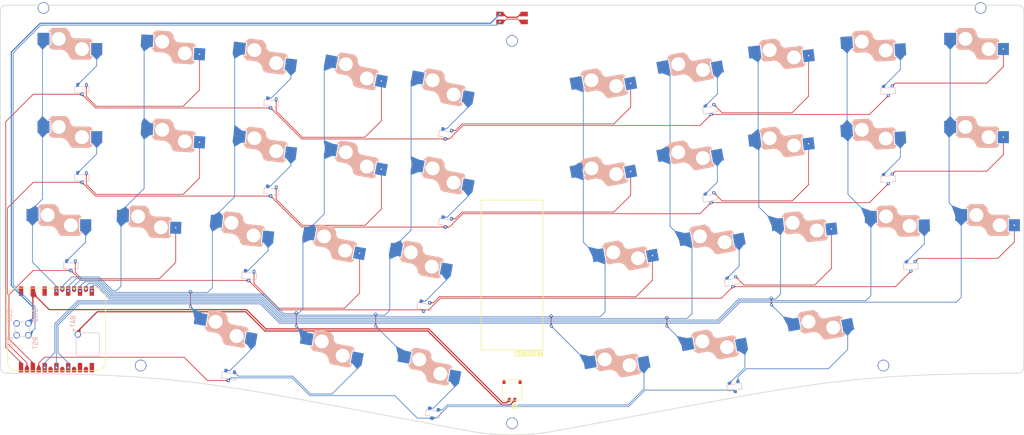
<source format=kicad_pcb>
(kicad_pcb (version 20241229) (generator "pcbnew") (generator_version "9.0")
  (title_block (title "unrouted") (rev "v1.0.0") (company "Unknown"))
  (layers (0 "F.Cu" signal) (2 "B.Cu" signal) (13 "F.Paste" user) (15 "B.Paste" user) (5 "F.SilkS" user "F.Silkscreen") (7 "B.SilkS" user "B.Silkscreen") (1 "F.Mask" user) (3 "B.Mask" user) (25 "Edge.Cuts" user))
  (net 0 "")
  (net 1 "R1")
  (net 2 "R3")
  (net 3 "C8")
  (net 4 "C9")
  (net 5 "C10")
  (net 6 "P0.05")
  (net 7 "P1.11")
  (net 8 "C7")
  (net 9 "C5")
  (net 10 "C3")
  (net 11 "C1")
  (net 12 "3V3")
  (net 13 "GND")
  (net 14 "5V")
  (net 15 "R2")
  (net 16 "R4")
  (net 17 "P1.01")
  (net 18 "P0.09")
  (net 19 "P0.10")
  (net 20 "C6")
  (net 21 "C4")
  (net 22 "C2")
  (net 23 "DIO")
  (net 24 "CLK")
  (net 25 "RST")
  (net 26 "BAT+")
  (net 27 "flex_thumb")
  (net 28 "mirror_flex_thumb")
  (net 29 "w_top")
  (net 30 "e_top")
  (net 31 "r_top")
  (net 32 "t_top")
  (net 33 "mirror_w_top")
  (net 34 "mirror_e_top")
  (net 35 "mirror_r_top")
  (net 36 "mirror_t_top")
  (net 37 "s_home")
  (net 38 "d_home")
  (net 39 "f_home")
  (net 40 "g_home")
  (net 41 "mirror_s_home")
  (net 42 "mirror_d_home")
  (net 43 "mirror_f_home")
  (net 44 "mirror_g_home")
  (net 45 "z_bottom")
  (net 46 "x_bottom")
  (net 47 "c_bottom")
  (net 48 "v_bottom")
  (net 49 "b_bottom")
  (net 50 "mirror_z_bottom")
  (net 51 "mirror_x_bottom")
  (net 52 "mirror_c_bottom")
  (net 53 "mirror_v_bottom")
  (net 54 "mirror_b_bottom")
  (net 55 "base_thumb")
  (net 56 "mirror_base_thumb")
  (net 57 "q_top")
  (net 58 "mirror_q_top")
  (net 59 "a_home")
  (net 60 "mirror_a_home")
  (net 61 "ext_thumb")
  (net 62 "mirror_ext_thumb")
  (footprint "choc" (layer "F.Cu") (at 162.588395 60.91418 10.5)
    (property "Reference" "SW2" (hide yes))
    (property "Value" "")
  )
  (footprint "sw_choc_1u" (layer "F.Cu") (at 16.910685 38.294547 -1.75)
    (property "Reference" "SW20" (hide yes))
    (property "Value" "")
  )
  (footprint "sw_choc_1u" (layer "F.Cu") (at 197.673199 38)
    (property "Reference" "SW24" (hide yes))
    (property "Value" "")
  )
  (footprint "sw_choc_1u" (layer "F.Cu") (at 55.57048 65.151156 -10.5)
    (property "Reference" "SW29" (hide yes))
    (property "Value" "")
  )
  (footprint "mounting_hole" (layer "F.Cu") (at 17.6491 64.5)
    (property "Reference" "H4" (hide yes))
    (property "Value" "")
  )
  (footprint "sw_choc_1u" (layer "F.Cu") (at 153.871691 21.388493 7)
    (property "Reference" "SW16" (hide yes))
    (property "Value" "")
  )
  (footprint "sw_choc_1u" (layer "F.Cu") (at 153.871691 2.388493 7)
    (property "Reference" "SW8" (hide yes))
    (property "Value" "")
  )
  (footprint "sw_choc_1.25u" (layer "F.Cu") (at 195.298199 0)
    (property "Reference" "SW32" (hide yes))
    (property "Value" "")
  )
  (footprint "sw_choc_1u" (layer "F.Cu") (at 139.727719 65.151156 10.5)
    (property "Reference" "SW30" (hide yes))
    (property "Value" "")
  )
  (footprint "mounting_hole" (layer "F.Cu") (at 177.6491 64.5)
    (property "Reference" "H6" (hide yes))
    (property "Value" "")
  )
  (footprint "sw_choc_1u" (layer "F.Cu") (at 36.575538 39.648093 -6.125)
    (property "Reference" "SW21" (hide yes))
    (property "Value" "")
  )
  (footprint "sw_choc_1u" (layer "F.Cu") (at 134.528102 24.365756 10.5)
    (property "Reference" "SW17" (hide yes))
    (property "Value" "")
  )
  (footprint "sw_choc_1u" (layer "F.Cu") (at 79.45194 8.828231 -10.5)
    (property "Reference" "SW6" (hide yes))
    (property "Value" "")
  )
  (footprint "sw_choc_1u" (layer "F.Cu") (at 115.846259 27.828231 10.5)
    (property "Reference" "SW18" (hide yes))
    (property "Value" "")
  )
  (footprint "mounting_hole" (layer "F.Cu") (at 198.5732 -12.6)
    (property "Reference" "H3" (hide yes))
    (property "Value" "")
  )
  (footprint "sw_choc_1u" (layer "F.Cu") (at 41.426508 21.388493 -7)
    (property "Reference" "SW12" (hide yes))
    (property "Value" "")
  )
  (footprint "sw_choc_1u" (layer "F.Cu") (at 21.937242 19.597681 -3.5)
    (property "Reference" "SW11" (hide yes))
    (property "Value" "")
  )
  (footprint "sw_choc_1u" (layer "F.Cu") (at 41.426508 2.388493 -7)
    (property "Reference" "SW4" (hide yes))
    (property "Value" "")
  )
  (footprint "sw_choc_1u" (layer "F.Cu") (at 60.770097 24.365756 -10.5)
    (property "Reference" "SW13" (hide yes))
    (property "Value" "")
  )
  (footprint "sw_choc_1u" (layer "F.Cu") (at -2.375 38)
    (property "Reference" "SW19" (hide yes))
    (property "Value" "")
  )
  (footprint "choc" (layer "F.Cu") (at 32.709804 60.91418 -10.5)
    (property "Reference" "SW1" (hide yes))
    (property "Value" "")
  )
  (footprint "sw_choc_1.25u" (layer "F.Cu") (at 0 0)
    (property "Reference" "SW31" (hide yes))
    (property "Value" "")
  )
  (footprint "sw_choc_1u" (layer "F.Cu") (at 134.528102 5.365756 10.5)
    (property "Reference" "SW9" (hide yes))
    (property "Value" "")
  )
  (footprint "pcb_shape" (layer "F.Cu") (at 0 0)
    (property "Reference" "EC1" (hide yes))
    (property "Value" "")
    (fp_line (start -12.575 -11.949998) (end -12.575 64.911298) (stroke (width 0.15)) (layer "Edge.Cuts"))
    (fp_line (start -11.326101 66.161299) (end -1.03077 66.261528) (stroke (width 0.15)) (layer "Edge.Cuts"))
    (fp_line (start -11.324999 -13.2) (end 206.6232 -13.2) (stroke (width 0.15)) (layer "Edge.Cuts"))
    (fp_line (start -1.03077 66.261528) (end 7.901166 66.498377) (stroke (width 0.15)) (layer "Edge.Cuts"))
    (fp_line (start 7.901166 66.498377) (end 15.872508 66.901151) (stroke (width 0.15)) (layer "Edge.Cuts"))
    (fp_line (start 15.872508 66.901151) (end 23.281004 67.49891) (stroke (width 0.15)) (layer "Edge.Cuts"))
    (fp_line (start 23.281004 67.49891) (end 30.51736 68.319453) (stroke (width 0.15)) (layer "Edge.Cuts"))
    (fp_line (start 30.51736 68.319453) (end 37.971492 69.388457) (stroke (width 0.15)) (layer "Edge.Cuts"))
    (fp_line (start 37.971492 69.388457) (end 44.23959 70.419299) (stroke (width 0.15)) (layer "Edge.Cuts"))
    (fp_line (start 44.23959 70.419299) (end 51.08305 71.632118) (stroke (width 0.15)) (layer "Edge.Cuts"))
    (fp_line (start 51.08305 71.632118) (end 58.700691 73.040555) (stroke (width 0.15)) (layer "Edge.Cuts"))
    (fp_line (start 58.700691 73.040555) (end 67.291954 74.658596) (stroke (width 0.15)) (layer "Edge.Cuts"))
    (fp_line (start 67.291954 74.658596) (end 77.056506 76.500462) (stroke (width 0.15)) (layer "Edge.Cuts"))
    (fp_line (start 77.056506 76.500462) (end 88.193036 78.580246) (stroke (width 0.15)) (layer "Edge.Cuts"))
    (fp_line (start 118.241693 76.500462) (end 107.105152 78.580248) (stroke (width 0.15)) (layer "Edge.Cuts"))
    (fp_line (start 128.006245 74.658596) (end 118.241693 76.500462) (stroke (width 0.15)) (layer "Edge.Cuts"))
    (fp_line (start 136.597508 73.040555) (end 128.006245 74.658596) (stroke (width 0.15)) (layer "Edge.Cuts"))
    (fp_line (start 144.215149 71.632118) (end 136.597508 73.040555) (stroke (width 0.15)) (layer "Edge.Cuts"))
    (fp_line (start 151.058609 70.419299) (end 144.215149 71.632118) (stroke (width 0.15)) (layer "Edge.Cuts"))
    (fp_line (start 157.326707 69.388457) (end 151.058609 70.419299) (stroke (width 0.15)) (layer "Edge.Cuts"))
    (fp_line (start 164.780839 68.319453) (end 157.326707 69.388457) (stroke (width 0.15)) (layer "Edge.Cuts"))
    (fp_line (start 172.017195 67.49891) (end 164.780839 68.319453) (stroke (width 0.15)) (layer "Edge.Cuts"))
    (fp_line (start 179.425691 66.901151) (end 172.017195 67.49891) (stroke (width 0.15)) (layer "Edge.Cuts"))
    (fp_line (start 187.397033 66.498377) (end 179.425691 66.901151) (stroke (width 0.15)) (layer "Edge.Cuts"))
    (fp_line (start 196.328969 66.261528) (end 187.397033 66.498377) (stroke (width 0.15)) (layer "Edge.Cuts"))
    (fp_line (start 206.624415 66.161298) (end 196.328969 66.261528) (stroke (width 0.15)) (layer "Edge.Cuts"))
    (fp_line (start 207.8732 -11.95) (end 207.873199 64.9113) (stroke (width 0.15)) (layer "Edge.Cuts"))
    (fp_arc (start -12.575 -11.95) (mid -12.208883 -12.833883) (end -11.325 -13.2) (stroke (width 0.15)) (layer "Edge.Cuts"))
    (fp_arc (start -11.326101 66.1613) (mid -12.209662 65.794405) (end -12.575 64.910199) (stroke (width 0.15)) (layer "Edge.Cuts"))
    (fp_arc (start 107.105152 78.580248) (mid 97.649454 79.44917) (end 88.193744 78.580377) (stroke (width 0.15)) (layer "Edge.Cuts"))
    (fp_arc (start 206.6232 -13.2) (mid 207.507083 -12.833883) (end 207.8732 -11.95) (stroke (width 0.15)) (layer "Edge.Cuts"))
    (fp_arc (start 207.8732 64.9113) (mid 207.507083 65.795183) (end 206.6232 66.1613) (stroke (width 0.15)) (layer "Edge.Cuts"))
  )
  (footprint "sw_choc_1.25u" (layer "F.Cu") (at 76.587554 69.04644 -10.5)
    (property "Reference" "SW35" (hide yes))
    (property "Value" "")
  )
  (footprint "sw_choc_1u" (layer "F.Cu") (at 21.937242 0.59768 -3.5)
    (property "Reference" "SW3" (hide yes))
    (property "Value" "")
  )
  (footprint "sw_choc_1u" (layer "F.Cu") (at 56.079836 42.497808 -10.5)
    (property "Reference" "SW22" (hide yes))
    (property "Value" "")
  )
  (footprint "sw_choc_1.25u" (layer "F.Cu") (at 195.298199 19)
    (property "Reference" "SW34" (hide yes))
    (property "Value" "")
  )
  (footprint "sw_choc_1u" (layer "F.Cu") (at 158.722661 39.648093 6.125)
    (property "Reference" "SW26" (hide yes))
    (property "Value" "")
  )
  (footprint "sw_choc_1u" (layer "F.Cu") (at 115.846259 8.828231 10.5)
    (property "Reference" "SW10" (hide yes))
    (property "Value" "")
  )
  (footprint "conn_molex_pico_front" (layer "F.Cu") (at 97.6491 70 180)
    (property "Reference" "XX2" (hide yes))
    (property "Value" "")
  )
  (footprint "sw_choc_1u" (layer "F.Cu") (at 79.45194 27.828231 -10.5)
    (property "Reference" "SW14" (hide yes))
    (property "Value" "")
  )
  (footprint "sw_choc_1u" (layer "F.Cu") (at 60.770097 5.365756 -10.5)
    (property "Reference" "SW5" (hide yes))
    (property "Value" "")
  )
  (footprint "sw_choc_1u" (layer "F.Cu") (at 120.53652 45.960283 10.5)
    (property "Reference" "SW28" (hide yes))
    (property "Value" "")
  )
  (footprint "sw_choc_1u" (layer "F.Cu") (at 178.387514 38.294547 1.75)
    (property "Reference" "SW25" (hide yes))
    (property "Value" "")
  )
  (footprint "sw_choc_1.25u" (layer "F.Cu") (at 118.710645 69.04644 10.5)
    (property "Reference" "SW36" (hide yes))
    (property "Value" "")
  )
  (footprint "sw_choc_1u" (layer "F.Cu") (at 74.761679 45.960283 -10.5)
    (property "Reference" "SW23" (hide yes))
    (property "Value" "")
  )
  (footprint "mounting_hole" (layer "F.Cu") (at 97.6491 -5.5)
    (property "Reference" "H2" (hide yes))
    (property "Value" "")
  )
  (footprint "sw_choc_1u" (layer "F.Cu") (at 139.218364 42.497808 10.5)
    (property "Reference" "SW27" (hide yes))
    (property "Value" "")
  )
  (footprint "sw_choc_1.25u" (layer "F.Cu") (at 0 19)
    (property "Reference" "SW33" (hide yes))
    (property "Value" "")
  )
  (footprint "xiao_plus_smd_prod" (layer "F.Cu") (at -0.4995 56.7 90)
    (property "Reference" "MCU1" (hide yes))
    (property "Value" "")
    (fp_line (start -1.244 -8.9275) (end 1.244 -8.9275) (stroke (width 0.15)) (layer "Edge.Cuts"))
    (fp_line (start 1.625 -8.5465) (end 1.625 -6.0585) (stroke (width 0.15)) (layer "Edge.Cuts"))
    (fp_line (start -1.625 -6.0585) (end -1.625 -8.5465) (stroke (width 0.15)) (layer "Edge.Cuts"))
    (fp_line (start 1.244 -5.6775) (end -1.244 -5.6775) (stroke (width 0.15)) (layer "Edge.Cuts"))
    (fp_line (start -5.35692 4.2702) (end -1.11892 4.2702) (stroke (width 0.15)) (layer "Edge.Cuts"))
    (fp_line (start -0.73792 4.6512) (end -0.73792 8.8892) (stroke (width 0.15)) (layer "Edge.Cuts"))
    (fp_line (start -5.73792 8.8892) (end -5.73792 4.6512) (stroke (width 0.15)) (layer "Edge.Cuts"))
    (fp_line (start -1.11892 9.2702) (end -5.35692 9.2702) (stroke (width 0.15)) (layer "Edge.Cuts"))
    (fp_arc (start 1.244 -8.9275) (mid 1.513408 -8.815908) (end 1.625 -8.5465) (stroke (width 0.15)) (layer "Edge.Cuts"))
    (fp_arc (start -1.625 -8.5465) (mid -1.513408 -8.815908) (end -1.244 -8.9275) (stroke (width 0.15)) (layer "Edge.Cuts"))
    (fp_arc (start 1.625 -6.0585) (mid 1.513408 -5.789092) (end 1.244 -5.6775) (stroke (width 0.15)) (layer "Edge.Cuts"))
    (fp_arc (start -1.244 -5.6775) (mid -1.513408 -5.789093) (end -1.624999 -6.058501) (stroke (width 0.15)) (layer "Edge.Cuts"))
    (fp_arc (start -1.11892 4.2702) (mid -0.849512 4.381792) (end -0.73792 4.6512) (stroke (width 0.15)) (layer "Edge.Cuts"))
    (fp_arc (start -5.73792 4.6512) (mid -5.626328 4.381792) (end -5.35692 4.2702) (stroke (width 0.15)) (layer "Edge.Cuts"))
    (fp_arc (start -0.73792 8.8892) (mid -0.849512 9.158608) (end -1.11892 9.2702) (stroke (width 0.15)) (layer "Edge.Cuts"))
    (fp_arc (start -5.35692 9.2702) (mid -5.626328 9.158608) (end -5.73792 8.8892) (stroke (width 0.15)) (layer "Edge.Cuts"))
  )
  (footprint "sw_choc_1u" (layer "F.Cu") (at 173.360957 19.597681 3.5)
    (property "Reference" "SW15" (hide yes))
    (property "Value" "")
  )
  (footprint "mounting_hole" (layer "F.Cu") (at 97.6491 76.949)
    (property "Reference" "H5" (hide yes))
    (property "Value" "")
  )
  (footprint "sw_choc_1u" (layer "F.Cu") (at 173.360957 0.59768 3.5)
    (property "Reference" "SW7" (hide yes))
    (property "Value" "")
  )
  (footprint "sw_reset_side" (layer "F.Cu") (at 97.6491 -10.45)
    (property "Reference" "XX1" (hide yes))
    (property "Value" "")
  )
  (footprint "mounting_hole" (layer "F.Cu") (at -3.275 -12.6)
    (property "Reference" "H1" (hide yes))
    (property "Value" "")
  )
  (footprint "SOT-23" (layer "B.Cu") (at 78.766776 51.787735 169.5)
    (property "Reference" "D9" (hide yes))
    (property "Value" "")
  )
  (footprint "SOT-23" (layer "B.Cu") (at 178.656874 5.283112 -176.5)
    (property "Reference" "D12" (hide yes))
    (property "Value" "")
  )
  (footprint "SOT-23" (layer "B.Cu") (at 5 24 180)
    (property "Reference" "D4" (hide yes))
    (property "Value" "")
  )
  (footprint "SOT-23" (layer "B.Cu") (at 140.355554 9.370853 -169.5)
    (property "Reference" "D13" (hide yes))
    (property "Value" "")
  )
  (footprint "SOT-23" (layer "B.Cu") (at 178.656874 24.283112 -176.5)
    (property "Reference" "D14" (hide yes))
    (property "Value" "")
  )
  (footprint "SOT-23" (layer "B.Cu") (at 83.457037 14.655683 169.5)
    (property "Reference" "D3" (hide yes))
    (property "Value" "")
  )
  (footprint "SOT-23" (layer "B.Cu") (at 45.779892 7.96057 173)
    (property "Reference" "D2" (hide yes))
    (property "Value" "")
  )
  (footprint "SOT-23" (layer "B.Cu") (at 36.714901 66.741632 169.5)
    (property "Reference" "D10" (hide yes))
    (property "Value" "")
  )
  (footprint "SOT-23" (layer "B.Cu") (at 41.013505 45.15304 173.875)
    (property "Reference" "D8" (hide yes))
    (property "Value" "")
  )
  (footprint "SOT-23" (layer "B.Cu") (at 145.555171 69.156253 -169.5)
    (property "Reference" "D18" (hide yes))
    (property "Value" "")
  )
  (footprint "SOT-23" (layer "B.Cu") (at 45.779892 26.96057 173)
    (property "Reference" "D5" (hide yes))
    (property "Value" "")
  )
  (footprint "SOT-23" (layer "B.Cu") (at 2.625 43 180)
    (property "Reference" "D7" (hide yes))
    (property "Value" "")
  )
  (footprint "SOT-23" (layer "B.Cu") (at 83.457037 33.655683 169.5)
    (property "Reference" "D6" (hide yes))
    (property "Value" "")
  )
  (footprint "SOT-23" (layer "B.Cu") (at 80.592651 74.873893 169.5)
    (property "Reference" "D11" (hide yes))
    (property "Value" "")
  )
  (footprint "SOT-23" (layer "B.Cu") (at 140.355554 28.370853 -169.5)
    (property "Reference" "D15" (hide yes))
    (property "Value" "")
  )
  (footprint "SOT-23" (layer "B.Cu") (at 183.537875 43.139522 -178.25)
    (property "Reference" "D16" (hide yes))
    (property "Value" "")
  )
  (footprint "SOT-23" (layer "B.Cu") (at 145.045816 46.502905 -169.5)
    (property "Reference" "D17" (hide yes))
    (property "Value" "")
  )
  (footprint "SOT-23" (layer "B.Cu") (at 5 5 180)
    (property "Reference" "D1" (hide yes))
    (property "Value" "")
  )
  (gr_line (start 104.2991 61.15) (end 104.2991 28.85) (stroke (width 0.15)) (layer "F.SilkS"))
  (gr_line (start 104.2991 28.85) (end 90.9991 28.85) (stroke (width 0.15)) (layer "F.SilkS"))
  (gr_line (start 90.9991 28.85) (end 90.9991 61.15) (stroke (width 0.15)) (layer "F.SilkS"))
  (gr_line (start 90.9991 61.15) (end 104.2991 61.15) (stroke (width 0.15)) (layer "F.SilkS"))
  (gr_text "BATTERY" (at 101.1371 61.88 0) (layer "F.SilkS" knockout) (effects (font (size 1 1))))
  (segment (start 87.049 12.751) (end 138.140898 12.751) (width 0.15) (layer "F.Cu") (net 1))
  (segment (start -11.417661 11.917661) (end -11.417661 60.582339) (width 0.15) (layer "F.Cu") (net 1))
  (segment (start -11.417661 60.582339) (end -8.116 63.884) (width 0.15) (layer "F.Cu") (net 1))
  (segment (start 84.161062 15.638938) (end 87.049 12.751) (width 0.15) (layer "F.Cu") (net 1))
  (segment (start 174.645062 10.354108) (end 178.717923 6.281247) (width 0.15) (layer "F.Cu") (net 1))
  (segment (start 5 6) (end 7.953116 8.953116) (width 0.15) (layer "F.Cu") (net 1))
  (segment (start 45.658023 8.953116) (end 52.343845 15.638938) (width 0.15) (layer "F.Cu") (net 1))
  (segment (start 52.343845 15.638938) (end 83.274801 15.638938) (width 0.15) (layer "F.Cu") (net 1))
  (segment (start 83.274801 15.638938) (end 84.161062 15.638938) (width 0.15) (layer "F.Cu") (net 1))
  (segment (start -5.5 6) (end -11.417661 11.917661) (width 0.15) (layer "F.Cu") (net 1))
  (segment (start 138.140898 12.751) (end 140.53779 10.354108) (width 0.15) (layer "F.Cu") (net 1))
  (segment (start 5 6) (end -5.5 6) (width 0.15) (layer "F.Cu") (net 1))
  (segment (start 7.953116 8.953116) (end 45.658023 8.953116) (width 0.15) (layer "F.Cu") (net 1))
  (segment (start -8.116 63.884) (end -8.116 64.955) (width 0.15) (layer "F.Cu") (net 1))
  (segment (start 140.53779 10.354108) (end 174.645062 10.354108) (width 0.15) (layer "F.Cu") (net 1))
  (via (at 45.658023 8.953116) (size 0.6) (drill 0.3) (layers "F.Cu" "B.Cu") (net 1))
  (via (at 140.53779 10.354108) (size 0.6) (drill 0.3) (layers "F.Cu" "B.Cu") (net 1))
  (via (at 178.717923 6.281247) (size 0.6) (drill 0.3) (layers "F.Cu" "B.Cu") (net 1))
  (via (at 5 6) (size 0.6) (drill 0.3) (layers "F.Cu" "B.Cu") (net 1))
  (via (at 83.274801 15.638938) (size 0.6) (drill 0.3) (layers "F.Cu" "B.Cu") (net 1))
  (segment (start -5.5 44) (end -10.715661 49.215661) (width 0.15) (layer "F.Cu") (net 2))
  (segment (start 145.228052 47.48616) (end 142.714212 50) (width 0.15) (layer "F.Cu") (net 2))
  (segment (start 142.714212 50) (end 82.2 50) (width 0.15) (layer "F.Cu") (net 2))
  (segment (start -5.576 63.924) (end -5.576 64.955) (width 0.15) (layer "F.Cu") (net 2))
  (segment (start 4.772331 46.147331) (end 40.906807 46.147331) (width 0.15) (layer "F.Cu") (net 2))
  (segment (start 78.300904 52.487354) (end 78.58454 52.77099) (width 0.15) (layer "F.Cu") (net 2))
  (segment (start 180.22131 47.48616) (end 183.568414 44.139056) (width 0.15) (layer "F.Cu") (net 2))
  (segment (start 82.2 50) (end 79.712646 52.487354) (width 0.15) (layer "F.Cu") (net 2))
  (segment (start 78.868176 52.487354) (end 78.58454 52.77099) (width 0.15) (layer "F.Cu") (net 2))
  (segment (start 2.625 44) (end -5.5 44) (width 0.15) (layer "F.Cu") (net 2))
  (segment (start 145.228052 47.48616) (end 180.22131 47.48616) (width 0.15) (layer "F.Cu") (net 2))
  (segment (start 79.712646 52.487354) (end 78.868176 52.487354) (width 0.15) (layer "F.Cu") (net 2))
  (segment (start 47.24683 52.487354) (end 78.300904 52.487354) (width 0.15) (layer "F.Cu") (net 2))
  (segment (start 40.906807 46.147331) (end 47.24683 52.487354) (width 0.15) (layer "F.Cu") (net 2))
  (segment (start -10.715661 49.215661) (end -10.715661 58.784339) (width 0.15) (layer "F.Cu") (net 2))
  (segment (start 2.625 44) (end 4.772331 46.147331) (width 0.15) (layer "F.Cu") (net 2))
  (segment (start -10.715661 58.784339) (end -5.576 63.924) (width 0.15) (layer "F.Cu") (net 2))
  (via (at 78.58454 52.77099) (size 0.6) (drill 0.3) (layers "F.Cu" "B.Cu") (net 2))
  (via (at 2.625 44) (size 0.6) (drill 0.3) (layers "F.Cu" "B.Cu") (net 2))
  (via (at 40.906807 46.147331) (size 0.6) (drill 0.3) (layers "F.Cu" "B.Cu") (net 2))
  (via (at 145.228052 47.48616) (size 0.6) (drill 0.3) (layers "F.Cu" "B.Cu") (net 2))
  (via (at 183.568414 44.139056) (size 0.6) (drill 0.3) (layers "F.Cu" "B.Cu") (net 2))
  (segment (start 153.5 49.925) (end 153.5 51.426) (width 0.15) (layer "F.Cu") (net 3))
  (via (at 153.5 51.426) (size 0.6) (drill 0.3) (layers "F.Cu" "B.Cu") (net 3))
  (via (at -3.036 64.955) (size 0.6) (drill 0.3) (layers "F.Cu" "B.Cu") (net 3))
  (via (at 153.5 49.925) (size 0.6) (drill 0.3) (layers "F.Cu" "B.Cu") (net 3))
  (segment (start 153.276 50.149) (end 146.458222 50.149) (width 0.15) (layer "B.Cu") (net 3))
  (segment (start 149.89598 15.881965) (end 150.666587 15.111358) (width 0.15) (layer "B.Cu") (net 3))
  (segment (start 150.666587 15.111358) (end 150.666587 -2.347428) (width 0.15) (layer "B.Cu") (net 3))
  (segment (start -3.036 63.936) (end -3.036 64.955) (width 0.15) (layer "B.Cu") (net 3))
  (segment (start 4.109224 50.498) (end -0.847 55.454224) (width 0.15) (layer "B.Cu") (net 3))
  (segment (start 150.8 30.298105) (end 154.583389 34.081494) (width 0.15) (layer "B.Cu") (net 3))
  (segment (start -0.847 55.454224) (end -0.847 61.747) (width 0.15) (layer "B.Cu") (net 3))
  (segment (start 154.451 50.149) (end 153.724 50.149) (width 0.15) (layer "B.Cu") (net 3))
  (segment (start 155.5 49.1) (end 154.451 50.149) (width 0.15) (layer "B.Cu") (net 3))
  (segment (start 153.5 49.925) (end 153.276 50.149) (width 0.15) (layer "B.Cu") (net 3))
  (segment (start 150.8 16.785985) (end 150.8 30.298105) (width 0.15) (layer "B.Cu") (net 3))
  (segment (start 43.690776 50.498) (end 4.109224 50.498) (width 0.15) (layer "B.Cu") (net 3))
  (segment (start 146.458222 50.149) (end 141.909223 54.698) (width 0.15) (layer "B.Cu") (net 3))
  (segment (start 141.909223 54.698) (end 47.890776 54.698) (width 0.15) (layer "B.Cu") (net 3))
  (segment (start 154.583389 34.081494) (end 154.831504 34.081494) (width 0.15) (layer "B.Cu") (net 3))
  (segment (start 149.89598 15.881965) (end 150.8 16.785985) (width 0.15) (layer "B.Cu") (net 3))
  (segment (start 155.5 34.74999) (end 155.5 49.1) (width 0.15) (layer "B.Cu") (net 3))
  (segment (start 154.831504 34.081494) (end 155.5 34.74999) (width 0.15) (layer "B.Cu") (net 3))
  (segment (start 153.526 51.426) (end 157.760635 55.660635) (width 0.15) (layer "B.Cu") (net 3))
  (segment (start -0.847 61.747) (end -3.036 63.936) (width 0.15) (layer "B.Cu") (net 3))
  (segment (start 150.666587 -2.347428) (end 149.89598 -3.118035) (width 0.15) (layer "B.Cu") (net 3))
  (segment (start 153.724 50.149) (end 153.5 49.925) (width 0.15) (layer "B.Cu") (net 3))
  (segment (start 47.890776 54.698) (end 43.690776 50.498) (width 0.15) (layer "B.Cu") (net 3))
  (segment (start 157.760635 55.660635) (end 158.283934 55.660635) (width 0.15) (layer "B.Cu") (net 3))
  (via (at -0.496 64.955) (size 0.6) (drill 0.3) (layers "F.Cu" "B.Cu") (net 4))
  (segment (start 142.054612 55.049) (end 47.745387 55.049) (width 0.15) (layer "B.Cu") (net 4))
  (segment (start 4.254612 50.849) (end -0.496 55.599612) (width 0.15) (layer "B.Cu") (net 4))
  (segment (start 43.545388 50.849) (end 4.254612 50.849) (width 0.15) (layer "B.Cu") (net 4))
  (segment (start 170 27.6) (end 174.847336 32.447336) (width 0.15) (layer "B.Cu") (net 4))
  (segment (start 170 14.129886) (end 170 27.6) (width 0.15) (layer "B.Cu") (net 4))
  (segment (start 174.932337 32.447336) (end 174.932337 49.467663) (width 0.15) (layer "B.Cu") (net 4))
  (segment (start 169.728827 13.858713) (end 169.814683 13.772857) (width 0.15) (layer "B.Cu") (net 4))
  (segment (start 169.814683 13.772857) (end 169.814683 -5.055432) (width 0.15) (layer "B.Cu") (net 4))
  (segment (start 169.814683 -5.055432) (end 169.728827 -5.141288) (width 0.15) (layer "B.Cu") (net 4))
  (segment (start 174.847336 32.447336) (end 174.932337 32.447336) (width 0.15) (layer "B.Cu") (net 4))
  (segment (start 174.932337 49.467663) (end 173.9 50.5) (width 0.15) (layer "B.Cu") (net 4))
  (segment (start 173.9 50.5) (end 146.603611 50.5) (width 0.15) (layer "B.Cu") (net 4))
  (segment (start 47.745387 55.049) (end 43.545388 50.849) (width 0.15) (layer "B.Cu") (net 4))
  (segment (start 146.603611 50.5) (end 142.054612 55.049) (width 0.15) (layer "B.Cu") (net 4))
  (segment (start -0.496 55.599612) (end -0.496 64.955) (width 0.15) (layer "B.Cu") (net 4))
  (segment (start 169.728827 13.858713) (end 170 14.129886) (width 0.15) (layer "B.Cu") (net 4))
  (via (at 2.044 64.955) (size 0.6) (drill 0.3) (layers "F.Cu" "B.Cu") (net 5))
  (segment (start 193.349 50.851) (end 146.749 50.851) (width 0.15) (layer "B.Cu") (net 5))
  (segment (start 4.4 51.2) (end -0.145 55.745) (width 0.15) (layer "B.Cu") (net 5))
  (segment (start 192.023199 13.05) (end 192.023199 -5.95) (width 0.15) (layer "B.Cu") (net 5))
  (segment (start 146.749 50.851) (end 142.2 55.4) (width 0.15) (layer "B.Cu") (net 5))
  (segment (start 194.398199 49.801801) (end 193.349 50.851) (width 0.15) (layer "B.Cu") (net 5))
  (segment (start 142.2 55.4) (end 47.599999 55.4) (width 0.15) (layer "B.Cu") (net 5))
  (segment (start 47.599999 55.4) (end 43.4 51.2) (width 0.15) (layer "B.Cu") (net 5))
  (segment (start 191.8 13.273199) (end 191.8 29.451801) (width 0.15) (layer "B.Cu") (net 5))
  (segment (start 43.4 51.2) (end 4.4 51.2) (width 0.15) (layer "B.Cu") (net 5))
  (segment (start -0.145 61.755) (end 2.044 63.944) (width 0.15) (layer "B.Cu") (net 5))
  (segment (start 2.044 63.944) (end 2.044 64.955) (width 0.15) (layer "B.Cu") (net 5))
  (segment (start -0.145 55.745) (end -0.145 61.755) (width 0.15) (layer "B.Cu") (net 5))
  (segment (start 194.398199 32.05) (end 194.398199 49.801801) (width 0.15) (layer "B.Cu") (net 5))
  (segment (start 192.023199 13.05) (end 191.8 13.273199) (width 0.15) (layer "B.Cu") (net 5))
  (segment (start 191.8 29.451801) (end 194.398199 32.05) (width 0.15) (layer "B.Cu") (net 5))
  (segment (start 130.975 54.123) (end 130.975 55.975) (width 0.15) (layer "F.Cu") (net 8))
  (via (at 130.975 55.975) (size 0.6) (drill 0.3) (layers "F.Cu" "B.Cu") (net 8))
  (via (at 7.124 48.445) (size 0.6) (drill 0.3) (layers "F.Cu" "B.Cu") (net 8))
  (via (at 130.975 54.123) (size 0.6) (drill 0.3) (layers "F.Cu" "B.Cu") (net 8))
  (segment (start 130.975 55.975) (end 133.9 58.9) (width 0.15) (layer "B.Cu") (net 8))
  (segment (start 133.9 58.9) (end 134.425647 58.9) (width 0.15) (layer "B.Cu") (net 8))
  (segment (start 130.223641 19.112211) (end 131.68034 20.56891) (width 0.15) (layer "B.Cu") (net 8))
  (segment (start 131.199 54.347) (end 130.975 54.123) (width 0.15) (layer "B.Cu") (net 8))
  (segment (start 105.836412 54.348) (end 106.313588 54.348) (width 0.15) (layer "B.Cu") (net 8))
  (segment (start 136.4 43.681668) (end 136.4 53.3) (width 0.15) (layer "B.Cu") (net 8))
  (segment (start 134.444064 37.244263) (end 134.913903 37.244263) (width 0.15) (layer "B.Cu") (net 8))
  (segment (start 106.314588 54.347) (end 130.751 54.347) (width 0.15) (layer "B.Cu") (net 8))
  (segment (start 134.425647 58.9) (end 135.423258 59.897611) (width 0.15) (layer "B.Cu") (net 8))
  (segment (start 134.913903 37.244263) (end 136.4 38.73036) (width 0.15) (layer "B.Cu") (net 8))
  (segment (start 131.68034 1.56891) (end 130.223641 0.112211) (width 0.15) (layer "B.Cu") (net 8))
  (segment (start 105.835412 54.347) (end 105.836412 54.348) (width 0.15) (layer "B.Cu") (net 8))
  (segment (start 136.4 41.313948) (end 136.388364 41.325584) (width 0.15) (layer "B.Cu") (net 8))
  (segment (start 136.388364 43.670032) (end 136.4 43.681668) (width 0.15) (layer "B.Cu") (net 8))
  (segment (start 48.036164 54.347) (end 105.835412 54.347) (width 0.15) (layer "B.Cu") (net 8))
  (segment (start 136.4 53.3) (end 135.353 54.347) (width 0.15) (layer "B.Cu") (net 8))
  (segment (start 130.751 54.347) (end 130.975 54.123) (width 0.15) (layer "B.Cu") (net 8))
  (segment (start 130.223641 19.112211) (end 130.223641 18.676359) (width 0.15) (layer "B.Cu") (net 8))
  (segment (start 135.353 54.347) (end 131.199 54.347) (width 0.15) (layer "B.Cu") (net 8))
  (segment (start 131.68034 34.480539) (end 134.444064 37.244263) (width 0.15) (layer "B.Cu") (net 8))
  (segment (start 106.313588 54.348) (end 106.314588 54.347) (width 0.15) (layer "B.Cu") (net 8))
  (segment (start 136.4 38.73036) (end 136.4 41.313948) (width 0.15) (layer "B.Cu") (net 8))
  (segment (start 136.388364 41.325584) (end 136.388364 43.670032) (width 0.15) (layer "B.Cu") (net 8))
  (segment (start 8.014446 47.2) (end 10.961446 50.147) (width 0.15) (layer "B.Cu") (net 8))
  (segment (start 43.836164 50.147) (end 48.036164 54.347) (width 0.15) (layer "B.Cu") (net 8))
  (segment (start 7.124 47.426) (end 7.35 47.2) (width 0.15) (layer "B.Cu") (net 8))
  (segment (start 130.223641 18.676359) (end 131.68034 17.21966) (width 0.15) (layer "B.Cu") (net 8))
  (segment (start 131.68034 17.21966) (end 131.68034 1.56891) (width 0.15) (layer "B.Cu") (net 8))
  (segment (start 7.124 48.445) (end 7.124 47.426) (width 0.15) (layer "B.Cu") (net 8))
  (segment (start 7.35 47.2) (end 8.014446 47.2) (width 0.15) (layer "B.Cu") (net 8))
  (segment (start 10.961446 50.147) (end 43.836164 50.147) (width 0.15) (layer "B.Cu") (net 8))
  (segment (start 131.68034 20.56891) (end 131.68034 34.480539) (width 0.15) (layer "B.Cu") (net 8))
  (segment (start 68.275 53.421) (end 68.275 55.975) (width 0.15) (layer "F.Cu") (net 9))
  (via (at 68.275 55.975) (size 0.6) (drill 0.3) (layers "F.Cu" "B.Cu") (net 9))
  (via (at 68.275 53.421) (size 0.6) (drill 0.3) (layers "F.Cu" "B.Cu") (net 9))
  (via (at 4.584 48.445) (size 0.6) (drill 0.3) (layers "F.Cu" "B.Cu") (net 9))
  (segment (start 74.451696 62.151696) (end 74.451696 62.599252) (width 0.15) (layer "B.Cu") (net 9))
  (segment (start 48.326941 53.645) (end 44.12694 49.445) (width 0.15) (layer "B.Cu") (net 9))
  (segment (start 71.3 52.6) (end 71.3 40.838916) (width 0.15) (layer "B.Cu") (net 9))
  (segment (start 68.275 53.421) (end 68.051 53.645) (width 0.15) (layer "B.Cu") (net 9))
  (segment (start 75.9 22.797125) (end 75.9 35.3) (width 0.15) (layer "B.Cu") (net 9))
  (segment (start 75.9 35.3) (end 72.625821 38.574179) (width 0.15) (layer "B.Cu") (net 9))
  (segment (start 44.12694 49.445) (end 11.252224 49.445) (width 0.15) (layer "B.Cu") (net 9))
  (segment (start 75.9 19.964961) (end 75.9 3.797125) (width 0.15) (layer "B.Cu") (net 9))
  (segment (start 68.275 55.975) (end 74.451696 62.151696) (width 0.15) (layer "B.Cu") (net 9))
  (segment (start 5.547 46.453) (end 4.584 47.416) (width 0.15) (layer "B.Cu") (net 9))
  (segment (start 68.051 53.645) (end 48.326941 53.645) (width 0.15) (layer "B.Cu") (net 9))
  (segment (start 4.584 47.416) (end 4.584 48.445) (width 0.15) (layer "B.Cu") (net 9))
  (segment (start 77.316082 21.381043) (end 75.9 22.797125) (width 0.15) (layer "B.Cu") (net 9))
  (segment (start 11.252224 49.445) (end 8.260225 46.453) (width 0.15) (layer "B.Cu") (net 9))
  (segment (start 8.260225 46.453) (end 5.547 46.453) (width 0.15) (layer "B.Cu") (net 9))
  (segment (start 68.275 53.421) (end 68.499 53.645) (width 0.15) (layer "B.Cu") (net 9))
  (segment (start 72.625821 38.574179) (end 72.625821 39.513095) (width 0.15) (layer "B.Cu") (net 9))
  (segment (start 77.316082 21.381043) (end 75.9 19.964961) (width 0.15) (layer "B.Cu") (net 9))
  (segment (start 68.499 53.645) (end 70.255 53.645) (width 0.15) (layer "B.Cu") (net 9))
  (segment (start 71.3 40.838916) (end 72.625821 39.513095) (width 0.15) (layer "B.Cu") (net 9))
  (segment (start 70.255 53.645) (end 71.3 52.6) (width 0.15) (layer "B.Cu") (net 9))
  (segment (start 75.9 3.797125) (end 77.316082 2.381043) (width 0.15) (layer "B.Cu") (net 9))
  (segment (start 28.375 48.519) (end 28.375 51.775) (width 0.15) (layer "F.Cu") (net 10))
  (via (at 28.375 51.775) (size 0.6) (drill 0.3) (layers "F.Cu" "B.Cu") (net 10))
  (via (at 2.044 48.445) (size 0.6) (drill 0.3) (layers "F.Cu" "B.Cu") (net 10))
  (via (at 28.375 48.519) (size 0.6) (drill 0.3) (layers "F.Cu" "B.Cu") (net 10))
  (segment (start 38.901042 -3.916279) (end 37.9 -2.915237) (width 0.15) (layer "B.Cu") (net 10))
  (segment (start 30.573946 53.973946) (end 30.573946 54.466992) (width 0.15) (layer "B.Cu") (net 10))
  (segment (start 28.599 48.743) (end 32.057 48.743) (width 0.15) (layer "B.Cu") (net 10))
  (segment (start 28.151 48.743) (end 11.543 48.743) (width 0.15) (layer "B.Cu") (net 10))
  (segment (start 38.901042 15.083721) (end 38.516279 15.083721) (width 0.15) (layer "B.Cu") (net 10))
  (segment (start 11.543 48.743) (end 8.551 45.751) (width 0.15) (layer "B.Cu") (net 10))
  (segment (start 8.551 45.751) (end 3.749 45.751) (width 0.15) (layer "B.Cu") (net 10))
  (segment (start 38.516279 15.083721) (end 37.9 15.7) (width 0.15) (layer "B.Cu") (net 10))
  (segment (start 33.1 47.7) (end 33.1 34.236709) (width 0.15) (layer "B.Cu") (net 10))
  (segment (start 2.044 47.456) (end 2.044 48.445) (width 0.15) (layer "B.Cu") (net 10))
  (segment (start 28.375 48.519) (end 28.599 48.743) (width 0.15) (layer "B.Cu") (net 10))
  (segment (start 28.375 51.775) (end 30.573946 53.973946) (width 0.15) (layer "B.Cu") (net 10))
  (segment (start 37.9 28.1) (end 33.954086 32.045914) (width 0.15) (layer "B.Cu") (net 10))
  (segment (start 32.057 48.743) (end 33.1 47.7) (width 0.15) (layer "B.Cu") (net 10))
  (segment (start 3.749 45.751) (end 2.044 47.456) (width 0.15) (layer "B.Cu") (net 10))
  (segment (start 37.9 15.7) (end 37.9 28.1) (width 0.15) (layer "B.Cu") (net 10))
  (segment (start 37.9 14.082679) (end 38.901042 15.083721) (width 0.15) (layer "B.Cu") (net 10))
  (segment (start 37.9 -2.915237) (end 37.9 14.082679) (width 0.15) (layer "B.Cu") (net 10))
  (segment (start 33.1 34.236709) (end 33.954086 33.382623) (width 0.15) (layer "B.Cu") (net 10))
  (segment (start 33.954086 32.045914) (end 33.954086 33.382623) (width 0.15) (layer "B.Cu") (net 10))
  (segment (start 28.375 48.519) (end 28.151 48.743) (width 0.15) (layer "B.Cu") (net 10))
  (via (at -0.496 48.445) (size 0.6) (drill 0.3) (layers "F.Cu" "B.Cu") (net 11))
  (segment (start -5.65 30.75) (end -5.65 32.05) (width 0.15) (layer "B.Cu") (net 11))
  (segment (start -3.275 13.05) (end -3.5 13.275) (width 0.15) (layer "B.Cu") (net 11))
  (segment (start -0.496 47.404) (end -0.496 48.445) (width 0.15) (layer "B.Cu") (net 11))
  (segment (start -3.5 12.825) (end -3.5 -5.725) (width 0.15) (layer "B.Cu") (net 11))
  (segment (start -5.65 32.05) (end -5.65 42.25) (width 0.15) (layer "B.Cu") (net 11))
  (segment (start -3.5 13.275) (end -3.5 28.6) (width 0.15) (layer "B.Cu") (net 11))
  (segment (start -3.5 28.6) (end -5.65 30.75) (width 0.15) (layer "B.Cu") (net 11))
  (segment (start -3.275 13.05) (end -3.5 12.825) (width 0.15) (layer "B.Cu") (net 11))
  (segment (start -5.65 42.25) (end -0.496 47.404) (width 0.15) (layer "B.Cu") (net 11))
  (segment (start -3.5 -5.725) (end -3.275 -5.95) (width 0.15) (layer "B.Cu") (net 11))
  (segment (start 44.6 56.6) (end 40.449 52.449) (width 0.25) (layer "F.Cu") (net 13))
  (segment (start -5.576 54.474) (end -6.532 55.43) (width 0.25) (layer "F.Cu") (net 13))
  (segment (start 97.0491 71.9509) (end 96.451 72.549) (width 0.25) (layer "F.Cu") (net 13))
  (segment (start 100.2741 -11.3) (end 99.5 -11.3) (width 0.25) (layer "F.Cu") (net 13))
  (segment (start -5.576 48.445) (end -5.576 54.474) (width 0.25) (layer "F.Cu") (net 13))
  (segment (start 40.449 52.449) (end -2.051 52.449) (width 0.25) (layer "F.Cu") (net 13))
  (segment (start -5.576 48.924) (end -5.576 48.445) (width 0.25) (layer "F.Cu") (net 13))
  (segment (start -2.051 52.449) (end -5.576 48.924) (width 0.25) (layer "F.Cu") (net 13))
  (segment (start 99.5 -11.3) (end 98.8 -10.6) (width 0.25) (layer "F.Cu") (net 13))
  (segment (start 97.0491 71.875) (end 97.0491 71.9509) (width 0.25) (layer "F.Cu") (net 13))
  (segment (start 98.8 -10.6) (end 96.5 -10.6) (width 0.25) (layer "F.Cu") (net 13))
  (segment (start 95.649 72.549) (end 79.7 56.6) (width 0.25) (layer "F.Cu") (net 13))
  (segment (start 79.7 56.6) (end 44.6 56.6) (width 0.25) (layer "F.Cu") (net 13))
  (segment (start 95.8 -11.3) (end 95.0241 -11.3) (width 0.25) (layer "F.Cu") (net 13))
  (segment (start 96.451 72.549) (end 95.649 72.549) (width 0.25) (layer "F.Cu") (net 13))
  (segment (start 96.5 -10.6) (end 95.8 -11.3) (width 0.25) (layer "F.Cu") (net 13))
  (via (at 95.0241 -11.3) (size 0.6) (drill 0.3) (layers "F.Cu" "B.Cu") (net 13))
  (segment (start -10.201 -3.099) (end -10.201 47.2661) (width 0.25) (layer "B.Cu") (net 13))
  (segment (start -10.201 47.2661) (end -5.501 51.9661) (width 0.25) (layer "B.Cu") (net 13))
  (segment (start 93.0251 -9.301) (end -3.999 -9.301) (width 0.25) (layer "B.Cu") (net 13))
  (segment (start -5.501 54.399) (end -6.532 55.43) (width 0.25) (layer "B.Cu") (net 13))
  (segment (start -5.501 51.9661) (end -5.501 54.399) (width 0.25) (layer "B.Cu") (net 13))
  (segment (start 95.0241 -11.3) (end 93.0251 -9.301) (width 0.25) (layer "B.Cu") (net 13))
  (segment (start -3.999 -9.301) (end -10.201 -3.099) (width 0.25) (layer "B.Cu") (net 13))
  (segment (start -11.066661 30.566661) (end -11.066661 59.733339) (width 0.15) (layer "F.Cu") (net 15))
  (segment (start 140.53779 29.354108) (end 174.645062 29.354108) (width 0.15) (layer "F.Cu") (net 15))
  (segment (start 52.343845 34.638938) (end 45.658023 27.953116) (width 0.15) (layer "F.Cu") (net 15))
  (segment (start 138.140898 31.751) (end 140.53779 29.354108) (width 0.15) (layer "F.Cu") (net 15))
  (segment (start -11.066661 59.733339) (end -6.846 63.954) (width 0.15) (layer "F.Cu") (net 15))
  (segment (start 87.021291 31.751) (end 138.140898 31.751) (width 0.15) (layer "F.Cu") (net 15))
  (segment (start 7.953116 27.953116) (end 45.658023 27.953116) (width 0.15) (layer "F.Cu") (net 15))
  (segment (start 83.274801 34.638938) (end 52.343845 34.638938) (width 0.15) (layer "F.Cu") (net 15))
  (segment (start 84.133353 34.638938) (end 87.021291 31.751) (width 0.15) (layer "F.Cu") (net 15))
  (segment (start 5 25) (end 7.953116 27.953116) (width 0.15) (layer "F.Cu") (net 15))
  (segment (start -5.5 25) (end -11.066661 30.566661) (width 0.15) (layer "F.Cu") (net 15))
  (segment (start 174.645062 29.354108) (end 178.717923 25.281247) (width 0.15) (layer "F.Cu") (net 15))
  (segment (start 5 25) (end -5.5 25) (width 0.15) (layer "F.Cu") (net 15))
  (segment (start -6.846 63.954) (end -6.846 65.355) (width 0.15) (layer "F.Cu") (net 15))
  (segment (start 83.274801 34.638938) (end 84.133353 34.638938) (width 0.15) (layer "F.Cu") (net 15))
  (via (at 45.658023 27.953116) (size 0.6) (drill 0.3) (layers "F.Cu" "B.Cu") (net 15))
  (via (at 83.274801 34.638938) (size 0.6) (drill 0.3) (layers "F.Cu" "B.Cu") (net 15))
  (via (at 178.717923 25.281247) (size 0.6) (drill 0.3) (layers "F.Cu" "B.Cu") (net 15))
  (via (at 140.53779 29.354108) (size 0.6) (drill 0.3) (layers "F.Cu" "B.Cu") (net 15))
  (via (at 5 25) (size 0.6) (drill 0.3) (layers "F.Cu" "B.Cu") (net 15))
  (segment (start 27.024257 62.724257) (end 32.024887 67.724887) (width 0.15) (layer "F.Cu") (net 16))
  (segment (start -4.306 65.355) (end -4.306 63.956) (width 0.15) (layer "F.Cu") (net 16))
  (segment (start -4.306 63.956) (end -3.074257 62.724257) (width 0.15) (layer "F.Cu") (net 16))
  (segment (start 32.024887 67.724887) (end 36.532665 67.724887) (width 0.15) (layer "F.Cu") (net 16))
  (segment (start -3.074257 62.724257) (end 27.024257 62.724257) (width 0.15) (layer "F.Cu") (net 16))
  (via (at 36.532665 67.724887) (size 0.6) (drill 0.3) (layers "F.Cu" "B.Cu") (net 16))
  (segment (start 72.4 71) (end 54.103612 71) (width 0.15) (layer "B.Cu") (net 16))
  (segment (start 77.257148 75.857148) (end 72.4 71) (width 0.15) (layer "B.Cu") (net 16))
  (segment (start 81.33924 75.857148) (end 83.845388 73.351) (width 0.15) (layer "B.Cu") (net 16))
  (segment (start 145.397899 69.8) (end 145.737407 70.139508) (width 0.15) (layer "B.Cu") (net 16))
  (segment (start 37.106552 67.151) (end 36.532665 67.724887) (width 0.15) (layer "B.Cu") (net 16))
  (segment (start 54.103612 71) (end 50.254611 67.151) (width 0.15) (layer "B.Cu") (net 16))
  (segment (start 50.254611 67.151) (end 37.106552 67.151) (width 0.15) (layer "B.Cu") (net 16))
  (segment (start 126.296389 69.8) (end 145.397899 69.8) (width 0.15) (layer "B.Cu") (net 16))
  (segment (start 80.410415 75.857148) (end 77.257148 75.857148) (width 0.15) (layer "B.Cu") (net 16))
  (segment (start 83.845388 73.351) (end 122.745389 73.351) (width 0.15) (layer "B.Cu") (net 16))
  (segment (start 122.745389 73.351) (end 126.296389 69.8) (width 0.15) (layer "B.Cu") (net 16))
  (segment (start 80.410415 75.857148) (end 81.33924 75.857148) (width 0.15) (layer "B.Cu") (net 16))
  (segment (start 106.075 53.772) (end 106.075 55.975) (width 0.15) (layer "F.Cu") (net 20))
  (via (at 5.854 48.045) (size 0.6) (drill 0.3) (layers "F.Cu" "B.Cu") (net 20))
  (via (at 106.075 53.772) (size 0.6) (drill 0.3) (layers "F.Cu" "B.Cu") (net 20))
  (via (at 106.075 55.975) (size 0.6) (drill 0.3) (layers "F.Cu" "B.Cu") (net 20))
  (segment (start 115.806738 40.706738) (end 112.998497 37.898497) (width 0.15) (layer "B.Cu") (net 20))
  (segment (start 117.688758 42.163437) (end 116.232059 40.706738) (width 0.15) (layer "B.Cu") (net 20))
  (segment (start 11.106835 49.796) (end 8.114836 46.804) (width 0.15) (layer "B.Cu") (net 20))
  (segment (start 111.541798 22.574686) (end 111.4 22.432888) (width 0.15) (layer "B.Cu") (net 20))
  (segment (start 113.892895 63.792895) (end 114.406184 63.792895) (width 0.15) (layer "B.Cu") (net 20))
  (segment (start 105.851 53.996) (end 48.181552 53.996) (width 0.15) (layer "B.Cu") (net 20))
  (segment (start 106.075 53.772) (end 106.299 53.996) (width 0.15) (layer "B.Cu") (net 20))
  (segment (start 112.998497 20.601503) (end 112.998497 5.031385) (width 0.15) (layer "B.Cu") (net 20))
  (segment (start 112.998497 37.898497) (end 112.998497 24.031385) (width 0.15) (layer "B.Cu") (net 20))
  (segment (start 5.854 47.446) (end 5.854 48.045) (width 0.15) (layer "B.Cu") (net 20))
  (segment (start 112.998497 5.031385) (end 111.541798 3.574686) (width 0.15) (layer "B.Cu") (net 20))
  (segment (start 111.4 22.2) (end 112.998497 20.601503) (width 0.15) (layer "B.Cu") (net 20))
  (segment (start 116.232059 40.706738) (end 115.806738 40.706738) (width 0.15) (layer "B.Cu") (net 20))
  (segment (start 106.075 53.772) (end 105.851 53.996) (width 0.15) (layer "B.Cu") (net 20))
  (segment (start 8.114836 46.804) (end 6.496 46.804) (width 0.15) (layer "B.Cu") (net 20))
  (segment (start 106.075 55.975) (end 113.892895 63.792895) (width 0.15) (layer "B.Cu") (net 20))
  (segment (start 116.604 53.996) (end 117.688758 52.911242) (width 0.15) (layer "B.Cu") (net 20))
  (segment (start 48.181552 53.996) (end 43.981552 49.796) (width 0.15) (layer "B.Cu") (net 20))
  (segment (start 43.981552 49.796) (end 11.106835 49.796) (width 0.15) (layer "B.Cu") (net 20))
  (segment (start 106.299 53.996) (end 116.604 53.996) (width 0.15) (layer "B.Cu") (net 20))
  (segment (start 112.998497 24.031385) (end 111.541798 22.574686) (width 0.15) (layer "B.Cu") (net 20))
  (segment (start 117.688758 52.911242) (end 117.688758 42.163437) (width 0.15) (layer "B.Cu") (net 20))
  (segment (start 6.496 46.804) (end 5.854 47.446) (width 0.15) (layer "B.Cu") (net 20))
  (segment (start 111.4 22.432888) (end 111.4 22.2) (width 0.15) (layer "B.Cu") (net 20))
  (segment (start 51.175 53.07) (end 51.175 55.975) (width 0.15) (layer "F.Cu") (net 21))
  (via (at 51.175 55.975) (size 0.6) (drill 0.3) (layers "F.Cu" "B.Cu") (net 21))
  (via (at 3.314 48.045) (size 0.6) (drill 0.3) (layers "F.Cu" "B.Cu") (net 21))
  (via (at 51.175 53.07) (size 0.6) (drill 0.3) (layers "F.Cu" "B.Cu") (net 21))
  (segment (start 4.598 46.102) (end 3.314 47.386) (width 0.15) (layer "B.Cu") (net 21))
  (segment (start 53.434622 58.234622) (end 53.434622 58.703968) (width 0.15) (layer "B.Cu") (net 21))
  (segment (start 48.47233 53.294) (end 50.951 53.294) (width 0.15) (layer "B.Cu") (net 21))
  (segment (start 48.47233 53.294) (end 44.27233 49.094) (width 0.15) (layer "B.Cu") (net 21))
  (segment (start 58.30437 17.918568) (end 57.2 19.022938) (width 0.15) (layer "B.Cu") (net 21))
  (segment (start 51.399 53.294) (end 51.175 53.07) (width 0.15) (layer "B.Cu") (net 21))
  (segment (start 58.634239 17.918568) (end 57.2 16.484329) (width 0.15) (layer "B.Cu") (net 21))
  (segment (start 51.175 55.975) (end 53.434622 58.234622) (width 0.15) (layer "B.Cu") (net 21))
  (segment (start 57.2 19.022938) (end 57.2 31.8) (width 0.15) (layer "B.Cu") (net 21))
  (segment (start 11.397612 49.094) (end 8.405612 46.102) (width 0.15) (layer "B.Cu") (net 21))
  (segment (start 52.6 37.394598) (end 52.6 52.3) (width 0.15) (layer "B.Cu") (net 21))
  (segment (start 58.634239 17.918568) (end 58.30437 17.918568) (width 0.15) (layer "B.Cu") (net 21))
  (segment (start 53.943978 35.056022) (end 53.943978 36.05062) (width 0.15) (layer "B.Cu") (net 21))
  (segment (start 58.41994 -1.081432) (end 58.634239 -1.081432) (width 0.15) (layer "B.Cu") (net 21))
  (segment (start 52.6 52.3) (end 51.606 53.294) (width 0.15) (layer "B.Cu") (net 21))
  (segment (start 51.606 53.294) (end 51.399 53.294) (width 0.15) (layer "B.Cu") (net 21))
  (segment (start 57.2 16.484329) (end 57.2 0.138508) (width 0.15) (layer "B.Cu") (net 21))
  (segment (start 53.943978 36.05062) (end 52.6 37.394598) (width 0.15) (layer "B.Cu") (net 21))
  (segment (start 8.405612 46.102) (end 4.598 46.102) (width 0.15) (layer "B.Cu") (net 21))
  (segment (start 57.2 0.138508) (end 58.41994 -1.081432) (width 0.15) (layer "B.Cu") (net 21))
  (segment (start 57.2 31.8) (end 53.943978 35.056022) (width 0.15) (layer "B.Cu") (net 21))
  (segment (start 11.397612 49.094) (end 44.27233 49.094) (width 0.15) (layer "B.Cu") (net 21))
  (segment (start 50.951 53.294) (end 51.175 53.07) (width 0.15) (layer "B.Cu") (net 21))
  (segment (start 3.314 47.386) (end 3.314 48.045) (width 0.15) (layer "B.Cu") (net 21))
  (via (at 0.774 48.045) (size 0.6) (drill 0.3) (layers "F.Cu" "B.Cu") (net 22))
  (segment (start 18.4 13.9) (end 18.4 26.3) (width 0.15) (layer "B.Cu") (net 22))
  (segment (start 11.688388 48.392) (end 8.696388 45.4) (width 0.15) (layer "B.Cu") (net 22))
  (segment (start 2.8 45.4) (end 0.774 47.426) (width 0.15) (layer "B.Cu") (net 22))
  (segment (start 18.4 12.827256) (end 18.4 -4.909567) (width 0.15) (layer "B.Cu") (net 22))
  (segment (start 8.696388 45.4) (end 2.8 45.4) (width 0.15) (layer "B.Cu") (net 22))
  (segment (start 18.4 -4.909567) (end 19.031589 -5.541156) (width 0.15) (layer "B.Cu") (net 22))
  (segment (start 18.4 26.3) (end 13.818917 30.881083) (width 0.15) (layer "B.Cu") (net 22))
  (segment (start 19.031589 13.458845) (end 18.841155 13.458845) (width 0.15) (layer "B.Cu") (net 22))
  (segment (start 19.031589 13.458845) (end 18.4 12.827256) (width 0.15) (layer "B.Cu") (net 22))
  (segment (start 18.841155 13.458845) (end 18.4 13.9) (width 0.15) (layer "B.Cu") (net 22))
  (segment (start 13.818917 30.881083) (end 13.818917 32.247309) (width 0.15) (layer "B.Cu") (net 22))
  (segment (start 0.774 47.426) (end 0.774 48.045) (width 0.15) (layer "B.Cu") (net 22))
  (segment (start 13.4 32.666226) (end 13.4 47.4) (width 0.15) (layer "B.Cu") (net 22))
  (segment (start 13.818917 32.247309) (end 13.4 32.666226) (width 0.15) (layer "B.Cu") (net 22))
  (segment (start 12.408 48.392) (end 11.688388 48.392) (width 0.15) (layer "B.Cu") (net 22))
  (segment (start 13.4 47.4) (end 12.408 48.392) (width 0.15) (layer "B.Cu") (net 22))
  (segment (start 95.8 -9.6) (end 95.0241 -9.6) (width 0.15) (layer "F.Cu") (net 25))
  (segment (start 96.399 -10.199) (end 98.901 -10.199) (width 0.15) (layer "F.Cu") (net 25))
  (segment (start 95.8 -9.6) (end 96.399 -10.199) (width 0.15) (layer "F.Cu") (net 25))
  (segment (start 98.901 -10.199) (end 99.5 -9.6) (width 0.15) (layer "F.Cu") (net 25))
  (segment (start 99.5 -9.6) (end 100.2741 -9.6) (width 0.15) (layer "F.Cu") (net 25))
  (via (at 95.0241 -9.6) (size 0.6) (drill 0.3) (layers "F.Cu" "B.Cu") (net 25))
  (segment (start 94.3241 -8.9) (end -3.8329 -8.9) (width 0.15) (layer "B.Cu") (net 25))
  (segment (start -9.8 -2.9329) (end -9.8 47.1) (width 0.15) (layer "B.Cu") (net 25))
  (segment (start -5.1 56.538) (end -6.532 57.97) (width 0.15) (layer "B.Cu") (net 25))
  (segment (start -9.8 47.1) (end -5.1 51.8) (width 0.15) (layer "B.Cu") (net 25))
  (segment (start 95.0241 -9.6) (end 94.3241 -8.9) (width 0.15) (layer "B.Cu") (net 25))
  (segment (start -3.8329 -8.9) (end -9.8 -2.9329) (width 0.15) (layer "B.Cu") (net 25))
  (segment (start -5.1 51.8) (end -5.1 56.538) (width 0.15) (layer "B.Cu") (net 25))
  (segment (start 79.51319 57.051) (end 95.46219 73) (width 0.25) (layer "F.Cu") (net 26))
  (segment (start 40.26219 52.9) (end 44.41319 57.051) (width 0.25) (layer "F.Cu") (net 26))
  (segment (start 95.46219 73) (end 97.21205 73) (width 0.25) (layer "F.Cu") (net 26))
  (segment (start 97.21205 73) (end 98.2491 71.96295) (width 0.25) (layer "F.Cu") (net 26))
  (segment (start 44.41319 57.051) (end 79.51319 57.051) (width 0.25) (layer "F.Cu") (net 26))
  (segment (start 4.1207 57.0793) (end 8.3 52.9) (width 0.25) (layer "F.Cu") (net 26))
  (segment (start 98.2491 71.96295) (end 98.2491 71.875) (width 0.25) (layer "F.Cu") (net 26))
  (segment (start 4.1207 57.78792) (end 4.1207 57.0793) (width 0.25) (layer "F.Cu") (net 26))
  (segment (start 8.3 52.9) (end 40.26219 52.9) (width 0.25) (layer "F.Cu") (net 26))
  (segment (start 36.889747 65.585253) (end 35.963044 65.585253) (width 0.15) (layer "B.Cu") (net 27))
  (segment (start 41.431296 58.71675) (end 41.431296 61.043704) (width 0.15) (layer "B.Cu") (net 27))
  (segment (start 41.431296 61.043704) (end 36.889747 65.585253) (width 0.15) (layer "B.Cu") (net 27))
  (segment (start 169.943121 61.056879) (end 169.943121 55.737199) (width 0.15) (layer "B.Cu") (net 28))
  (segment (start 146.307028 67.999874) (end 146.307028 66.974325) (width 0.15) (layer "B.Cu") (net 28))
  (segment (start 148.081353 65.2) (end 165.8 65.2) (width 0.15) (layer "B.Cu") (net 28))
  (segment (start 165.8 65.2) (end 169.943121 61.056879) (width 0.15) (layer "B.Cu") (net 28))
  (segment (start 146.307028 66.974325) (end 148.081353 65.2) (width 0.15) (layer "B.Cu") (net 28))
  (segment (start 8.098504 8.602116) (end 26.797884 8.602116) (width 0.15) (layer "F.Cu") (net 29))
  (segment (start 5.95 4) (end 5.95 6.453612) (width 0.15) (layer "F.Cu") (net 29))
  (segment (start 26.797884 8.602116) (end 30.325926 5.074074) (width 0.15) (layer "F.Cu") (net 29))
  (segment (start 5.95 6.453612) (end 8.098504 8.602116) (width 0.15) (layer "F.Cu") (net 29))
  (segment (start 30.325926 5.074074) (end 30.325926 -2.646254) (width 0.15) (layer "F.Cu") (net 29))
  (via (at 5.95 4) (size 0.6) (drill 0.3) (layers "F.Cu" "B.Cu") (net 29))
  (via (at 30.325926 -2.646254) (size 0.6) (drill 0.3) (layers "F.Cu" "B.Cu") (net 29))
  (segment (start 49.997583 2.602417) (end 45.747752 6.852248) (width 0.15) (layer "B.Cu") (net 30))
  (segment (start 49.997583 -0.337273) (end 49.997583 2.602417) (width 0.15) (layer "B.Cu") (net 30))
  (segment (start 45.747752 6.852248) (end 44.958842 6.852248) (width 0.15) (layer "B.Cu") (net 30))
  (segment (start 46.84468 9.643385) (end 52.489233 15.287938) (width 0.15) (layer "F.Cu") (net 31))
  (segment (start 65.912062 15.287938) (end 69.491589 11.708411) (width 0.15) (layer "F.Cu") (net 31))
  (segment (start 46.84468 7.0838) (end 46.84468 9.643385) (width 0.15) (layer "F.Cu") (net 31))
  (segment (start 69.491589 11.708411) (end 69.491589 3.168326) (width 0.15) (layer "F.Cu") (net 31))
  (segment (start 52.489233 15.287938) (end 65.912062 15.287938) (width 0.15) (layer "F.Cu") (net 31))
  (via (at 46.84468 7.0838) (size 0.6) (drill 0.3) (layers "F.Cu" "B.Cu") (net 31))
  (via (at 69.491589 3.168326) (size 0.6) (drill 0.3) (layers "F.Cu" "B.Cu") (net 31))
  (segment (start 83.500696 13.499304) (end 82.70518 13.499304) (width 0.15) (layer "B.Cu") (net 32))
  (segment (start 88.173432 8.826568) (end 83.500696 13.499304) (width 0.15) (layer "B.Cu") (net 32))
  (segment (start 88.173432 6.630801) (end 88.173432 8.826568) (width 0.15) (layer "B.Cu") (net 32))
  (segment (start 181.291777 -3.644397) (end 181.291777 0.698793) (width 0.15) (layer "B.Cu") (net 33))
  (segment (start 181.291777 0.698793) (end 177.647597 4.342973) (width 0.15) (layer "B.Cu") (net 33))
  (segment (start 141.107411 8.214474) (end 142.892937 10) (width 0.15) (layer "F.Cu") (net 34))
  (segment (start 142.892937 10) (end 157.95 10) (width 0.15) (layer "F.Cu") (net 34))
  (segment (start 157.95 10) (end 161.528746 6.421254) (width 0.15) (layer "F.Cu") (net 34))
  (segment (start 161.528746 6.421254) (end 161.528746 -2.329837) (width 0.15) (layer "F.Cu") (net 34))
  (via (at 141.107411 8.214474) (size 0.6) (drill 0.3) (layers "F.Cu" "B.Cu") (net 34))
  (via (at 161.528746 -2.329837) (size 0.6) (drill 0.3) (layers "F.Cu" "B.Cu") (net 34))
  (segment (start 141.882828 5.91712) (end 139.239226 8.560722) (width 0.15) (layer "B.Cu") (net 35))
  (segment (start 141.882828 0.188775) (end 141.882828 5.91712) (width 0.15) (layer "B.Cu") (net 35))
  (segment (start 119.6 12.4) (end 123.200985 8.799015) (width 0.15) (layer "F.Cu") (net 36))
  (segment (start 85.503612 13.8) (end 86.903612 12.4) (width 0.15) (layer "F.Cu") (net 36))
  (segment (start 123.200985 8.799015) (end 123.200985 3.65125) (width 0.15) (layer "F.Cu") (net 36))
  (segment (start 86.903612 12.4) (end 119.6 12.4) (width 0.15) (layer "F.Cu") (net 36))
  (segment (start 84.6 13.8) (end 85.503612 13.8) (width 0.15) (layer "F.Cu") (net 36))
  (via (at 123.200985 3.65125) (size 0.6) (drill 0.3) (layers "F.Cu" "B.Cu") (net 36))
  (via (at 84.6 13.8) (size 0.6) (drill 0.3) (layers "F.Cu" "B.Cu") (net 36))
  (segment (start 5.95 25.453612) (end 8.098504 27.602116) (width 0.15) (layer "F.Cu") (net 37))
  (segment (start 30.325926 24.074074) (end 30.325926 16.353747) (width 0.15) (layer "F.Cu") (net 37))
  (segment (start 5.95 23) (end 5.95 25.453612) (width 0.15) (layer "F.Cu") (net 37))
  (segment (start 26.797884 27.602116) (end 30.325926 24.074074) (width 0.15) (layer "F.Cu") (net 37))
  (segment (start 8.098504 27.602116) (end 26.797884 27.602116) (width 0.15) (layer "F.Cu") (net 37))
  (via (at 5.95 23) (size 0.6) (drill 0.3) (layers "F.Cu" "B.Cu") (net 37))
  (via (at 30.325926 16.353747) (size 0.6) (drill 0.3) (layers "F.Cu" "B.Cu") (net 37))
  (segment (start 49.997583 18.662727) (end 49.997583 21.402417) (width 0.15) (layer "B.Cu") (net 38))
  (segment (start 45.547752 25.852248) (end 44.958842 25.852248) (width 0.15) (layer "B.Cu") (net 38))
  (segment (start 49.997583 21.402417) (end 45.547752 25.852248) (width 0.15) (layer "B.Cu") (net 38))
  (segment (start 46.84468 26.0838) (end 46.84468 28.643385) (width 0.15) (layer "F.Cu") (net 39))
  (segment (start 69.491589 30.771616) (end 69.491589 22.168326) (width 0.15) (layer "F.Cu") (net 39))
  (segment (start 46.84468 28.643385) (end 52.489233 34.287938) (width 0.15) (layer "F.Cu") (net 39))
  (segment (start 52.489233 34.287938) (end 65.975267 34.287938) (width 0.15) (layer "F.Cu") (net 39))
  (segment (start 65.975267 34.287938) (end 69.491589 30.771616) (width 0.15) (layer "F.Cu") (net 39))
  (via (at 46.84468 26.0838) (size 0.6) (drill 0.3) (layers "F.Cu" "B.Cu") (net 39))
  (via (at 69.491589 22.168326) (size 0.6) (drill 0.3) (layers "F.Cu" "B.Cu") (net 39))
  (segment (start 88.173432 25.630801) (end 88.173432 28.026568) (width 0.15) (layer "B.Cu") (net 40))
  (segment (start 88.173432 28.026568) (end 83.700696 32.499304) (width 0.15) (layer "B.Cu") (net 40))
  (segment (start 83.700696 32.499304) (end 82.70518 32.499304) (width 0.15) (layer "B.Cu") (net 40))
  (segment (start 181.291777 15.355604) (end 181.291777 19.698793) (width 0.15) (layer "B.Cu") (net 41))
  (segment (start 181.291777 19.698793) (end 177.647597 23.342973) (width 0.15) (layer "B.Cu") (net 41))
  (segment (start 161.528746 25.471254) (end 161.528746 16.670163) (width 0.15) (layer "F.Cu") (net 42))
  (segment (start 142.896045 29.003108) (end 157.996892 29.003108) (width 0.15) (layer "F.Cu") (net 42))
  (segment (start 141.107411 27.214474) (end 142.896045 29.003108) (width 0.15) (layer "F.Cu") (net 42))
  (segment (start 157.996892 29.003108) (end 161.528746 25.471254) (width 0.15) (layer "F.Cu") (net 42))
  (via (at 141.107411 27.214474) (size 0.6) (drill 0.3) (layers "F.Cu" "B.Cu") (net 42))
  (via (at 161.528746 16.670163) (size 0.6) (drill 0.3) (layers "F.Cu" "B.Cu") (net 42))
  (segment (start 141.882828 24.91712) (end 139.239226 27.560722) (width 0.15) (layer "B.Cu") (net 43))
  (segment (start 141.882828 19.188775) (end 141.882828 24.91712) (width 0.15) (layer "B.Cu") (net 43))
  (segment (start 123.200985 27.799015) (end 123.200985 22.65125) (width 0.15) (layer "F.Cu") (net 44))
  (segment (start 86.875903 31.4) (end 119.6 31.4) (width 0.15) (layer "F.Cu") (net 44))
  (segment (start 85.430351 32.845552) (end 86.875903 31.4) (width 0.15) (layer "F.Cu") (net 44))
  (segment (start 119.6 31.4) (end 123.200985 27.799015) (width 0.15) (layer "F.Cu") (net 44))
  (segment (start 84.573365 32.845552) (end 85.430351 32.845552) (width 0.15) (layer "F.Cu") (net 44))
  (via (at 123.200985 22.65125) (size 0.6) (drill 0.3) (layers "F.Cu" "B.Cu") (net 44))
  (via (at 84.573365 32.845552) (size 0.6) (drill 0.3) (layers "F.Cu" "B.Cu") (net 44))
  (segment (start 5.8 37.875) (end 1.675 42) (width 0.15) (layer "B.Cu") (net 45))
  (segment (start 5.8 34.25) (end 5.8 37.875) (width 0.15) (layer "B.Cu") (net 45))
  (segment (start 3.575 44.453612) (end 4.917719 45.796331) (width 0.15) (layer "F.Cu") (net 46))
  (segment (start 25.196392 42.245229) (end 25.196392 34.795948) (width 0.15) (layer "F.Cu") (net 46))
  (segment (start 21.64529 45.796331) (end 25.196392 42.245229) (width 0.15) (layer "F.Cu") (net 46))
  (segment (start 3.575 42) (end 3.575 44.453612) (width 0.15) (layer "F.Cu") (net 46))
  (segment (start 4.917719 45.796331) (end 21.64529 45.796331) (width 0.15) (layer "F.Cu") (net 46))
  (via (at 3.575 42) (size 0.6) (drill 0.3) (layers "F.Cu" "B.Cu") (net 46))
  (via (at 25.196392 34.795948) (size 0.6) (drill 0.3) (layers "F.Cu" "B.Cu") (net 46))
  (segment (start 45.103988 36.791755) (end 45.103988 39.712518) (width 0.15) (layer "B.Cu") (net 47))
  (segment (start 45.103988 39.712518) (end 40.759121 44.057385) (width 0.15) (layer "B.Cu") (net 47))
  (segment (start 40.759121 44.057385) (end 40.175626 44.057385) (width 0.15) (layer "B.Cu") (net 47))
  (segment (start 61.563646 52.136354) (end 64.801328 48.898672) (width 0.15) (layer "F.Cu") (net 48))
  (segment (start 42.06478 46.808916) (end 47.392218 52.136354) (width 0.15) (layer "F.Cu") (net 48))
  (segment (start 64.801328 48.898672) (end 64.801328 40.300378) (width 0.15) (layer "F.Cu") (net 48))
  (segment (start 42.06478 44.260112) (end 42.06478 46.808916) (width 0.15) (layer "F.Cu") (net 48))
  (segment (start 47.392218 52.136354) (end 61.563646 52.136354) (width 0.15) (layer "F.Cu") (net 48))
  (via (at 64.801328 40.300378) (size 0.6) (drill 0.3) (layers "F.Cu" "B.Cu") (net 48))
  (via (at 42.06478 44.260112) (size 0.6) (drill 0.3) (layers "F.Cu" "B.Cu") (net 48))
  (segment (start 83.483171 43.762853) (end 83.483171 46.116829) (width 0.15) (layer "B.Cu") (net 49))
  (segment (start 78.968644 50.631356) (end 78.014919 50.631356) (width 0.15) (layer "B.Cu") (net 49))
  (segment (start 83.483171 46.116829) (end 78.968644 50.631356) (width 0.15) (layer "B.Cu") (net 49))
  (segment (start 202.3 41.4) (end 205.848199 37.851801) (width 0.15) (layer "F.Cu") (net 50))
  (segment (start 185.16787 41.4) (end 202.3 41.4) (width 0.15) (layer "F.Cu") (net 50))
  (segment (start 205.848199 37.851801) (end 205.848199 34.25) (width 0.15) (layer "F.Cu") (net 50))
  (segment (start 184.456893 42.110977) (end 185.16787 41.4) (width 0.15) (layer "F.Cu") (net 50))
  (via (at 205.848199 34.25) (size 0.6) (drill 0.3) (layers "F.Cu" "B.Cu") (net 50))
  (via (at 184.456893 42.110977) (size 0.6) (drill 0.3) (layers "F.Cu" "B.Cu") (net 50))
  (segment (start 186.444182 34.296644) (end 186.444182 38.282598) (width 0.15) (layer "B.Cu") (net 51))
  (segment (start 186.444182 38.282598) (end 182.55778 42.169) (width 0.15) (layer "B.Cu") (net 51))
  (segment (start 147.586307 47.13516) (end 162.86484 47.13516) (width 0.15) (layer "F.Cu") (net 52))
  (segment (start 145.797673 45.346526) (end 147.586307 47.13516) (width 0.15) (layer "F.Cu") (net 52))
  (segment (start 166.450877 43.549123) (end 166.450877 35.047244) (width 0.15) (layer "F.Cu") (net 52))
  (segment (start 162.86484 47.13516) (end 166.450877 43.549123) (width 0.15) (layer "F.Cu") (net 52))
  (via (at 166.450877 35.047244) (size 0.6) (drill 0.3) (layers "F.Cu" "B.Cu") (net 52))
  (via (at 145.797673 45.346526) (size 0.6) (drill 0.3) (layers "F.Cu" "B.Cu") (net 52))
  (segment (start 146.57309 37.320827) (end 146.57309 43.049172) (width 0.15) (layer "B.Cu") (net 53))
  (segment (start 146.57309 43.049172) (end 143.929488 45.692774) (width 0.15) (layer "B.Cu") (net 53))
  (segment (start 124.351 49.649) (end 127.891246 46.108754) (width 0.15) (layer "F.Cu") (net 54))
  (segment (start 79.883104 50.977604) (end 80.726008 50.977604) (width 0.15) (layer "F.Cu") (net 54))
  (segment (start 127.891246 46.108754) (end 127.891246 40.783302) (width 0.15) (layer "F.Cu") (net 54))
  (segment (start 80.726008 50.977604) (end 82.054612 49.649) (width 0.15) (layer "F.Cu") (net 54))
  (segment (start 82.054612 49.649) (end 124.351 49.649) (width 0.15) (layer "F.Cu") (net 54))
  (via (at 79.883104 50.977604) (size 0.6) (drill 0.3) (layers "F.Cu" "B.Cu") (net 54))
  (via (at 127.891246 40.783302) (size 0.6) (drill 0.3) (layers "F.Cu" "B.Cu") (net 54))
  (segment (start 50.4 66.8) (end 38.699728 66.8) (width 0.15) (layer "B.Cu") (net 55))
  (segment (start 54.249 70.649) (end 50.4 66.8) (width 0.15) (layer "B.Cu") (net 55))
  (segment (start 58.851 70.649) (end 54.249 70.649) (width 0.15) (layer "B.Cu") (net 55))
  (segment (start 64.291972 62.953726) (end 64.291972 65.208028) (width 0.15) (layer "B.Cu") (net 55))
  (segment (start 64.291972 65.208028) (end 58.851 70.649) (width 0.15) (layer "B.Cu") (net 55))
  (segment (start 38.699728 66.8) (end 37.831229 65.931501) (width 0.15) (layer "B.Cu") (net 55))
  (segment (start 147.8 60.69173) (end 147.8 64.984965) (width 0.15) (layer "B.Cu") (net 56))
  (segment (start 147.082445 59.974175) (end 147.8 60.69173) (width 0.15) (layer "B.Cu") (net 56))
  (segment (start 147.8 64.984965) (end 144.438843 68.346122) (width 0.15) (layer "B.Cu") (net 56))
  (segment (start 8.175 -0.125) (end 4.05 4) (width 0.15) (layer "B.Cu") (net 57))
  (segment (start 8.175 -3.75) (end 8.175 -0.125) (width 0.15) (layer "B.Cu") (net 57))
  (segment (start 203.473199 0.051801) (end 203.473199 -3.75) (width 0.15) (layer "F.Cu") (net 58))
  (segment (start 179.544054 4.226981) (end 180.171035 3.6) (width 0.15) (layer "F.Cu") (net 58))
  (segment (start 180.171035 3.6) (end 199.925 3.6) (width 0.15) (layer "F.Cu") (net 58))
  (segment (start 199.925 3.6) (end 203.473199 0.051801) (width 0.15) (layer "F.Cu") (net 58))
  (via (at 179.544054 4.226981) (size 0.6) (drill 0.3) (layers "F.Cu" "B.Cu") (net 58))
  (via (at 203.473199 -3.75) (size 0.6) (drill 0.3) (layers "F.Cu" "B.Cu") (net 58))
  (segment (start 8.175 18.875) (end 4.05 23) (width 0.15) (layer "B.Cu") (net 59))
  (segment (start 8.175 15.25) (end 8.175 18.875) (width 0.15) (layer "B.Cu") (net 59))
  (segment (start 203.473199 19.026801) (end 203.473199 15.25) (width 0.15) (layer "F.Cu") (net 60))
  (segment (start 199.9 22.6) (end 203.473199 19.026801) (width 0.15) (layer "F.Cu") (net 60))
  (segment (start 180.171035 22.6) (end 199.9 22.6) (width 0.15) (layer "F.Cu") (net 60))
  (segment (start 179.544054 23.226981) (end 180.171035 22.6) (width 0.15) (layer "F.Cu") (net 60))
  (via (at 203.473199 15.25) (size 0.6) (drill 0.3) (layers "F.Cu" "B.Cu") (net 60))
  (via (at 179.544054 23.226981) (size 0.6) (drill 0.3) (layers "F.Cu" "B.Cu") (net 60))
  (segment (start 85.309046 69.090954) (end 80.682486 73.717514) (width 0.15) (layer "B.Cu") (net 61))
  (segment (start 85.309046 66.84901) (end 85.309046 69.090954) (width 0.15) (layer "B.Cu") (net 61))
  (segment (start 80.682486 73.717514) (end 79.840794 73.717514) (width 0.15) (layer "B.Cu") (net 61))
  (segment (start 122.6 73) (end 126.065371 69.534629) (width 0.15) (layer "B.Cu") (net 62))
  (segment (start 126.065371 69.534629) (end 126.065371 63.869459) (width 0.15) (layer "B.Cu") (net 62))
  (segment (start 81.708979 74.063762) (end 82.636238 74.063762) (width 0.15) (layer "B.Cu") (net 62))
  (segment (start 82.636238 74.063762) (end 83.7 73) (width 0.15) (layer "B.Cu") (net 62))
  (segment (start 83.7 73) (end 122.6 73) (width 0.15) (layer "B.Cu") (net 62))
)
</source>
